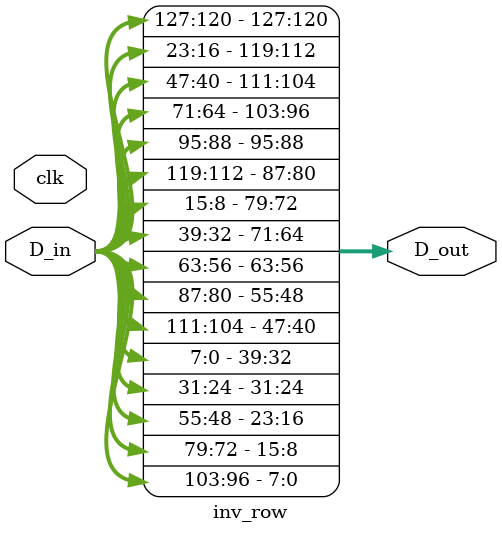
<source format=sv>
`timescale 1ns / 1ps

module inv_row (D_out, clk, D_in);

    output reg [127:0] D_out;
     input [127:0] D_in;
     input clk;

	 always @(clk) begin
	    D_out[127:120] = D_in[127:120];
		D_out[119:112] = D_in[23:16];
		D_out[111:104] = D_in[47:40];
		D_out[103:96] = D_in[71:64];
		
		D_out[95:88] = D_in[95:88];
	    D_out[87:80] = D_in[119:112];
		D_out[79:72] = D_in[15:8];
		D_out[71:64] = D_in[39:32];
		
		D_out[63:56] = D_in[63:56];
		D_out[55:48] = D_in[87:80];
	    D_out[47:40] = D_in[111:104];
		D_out[39:32] = D_in[7:0];
		
		D_out[31:24] = D_in[31:24];
		D_out[23:16] = D_in[55:48];
		D_out[15:8] = D_in[79:72];
	    D_out[7:0] =  D_in[103:96];
	 end
endmodule
</source>
